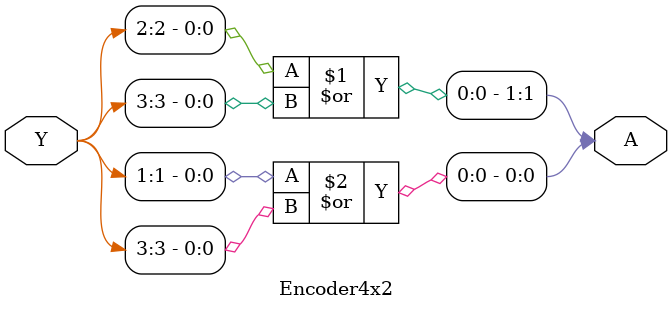
<source format=v>
`timescale 1ns / 1ps


module Encoder4x2(output [1:0] A, input [3:0] Y);

    //Logic
    assign A[1] = Y[2] | Y[3];
    assign A[0] = Y[1] | Y[3];

endmodule

</source>
